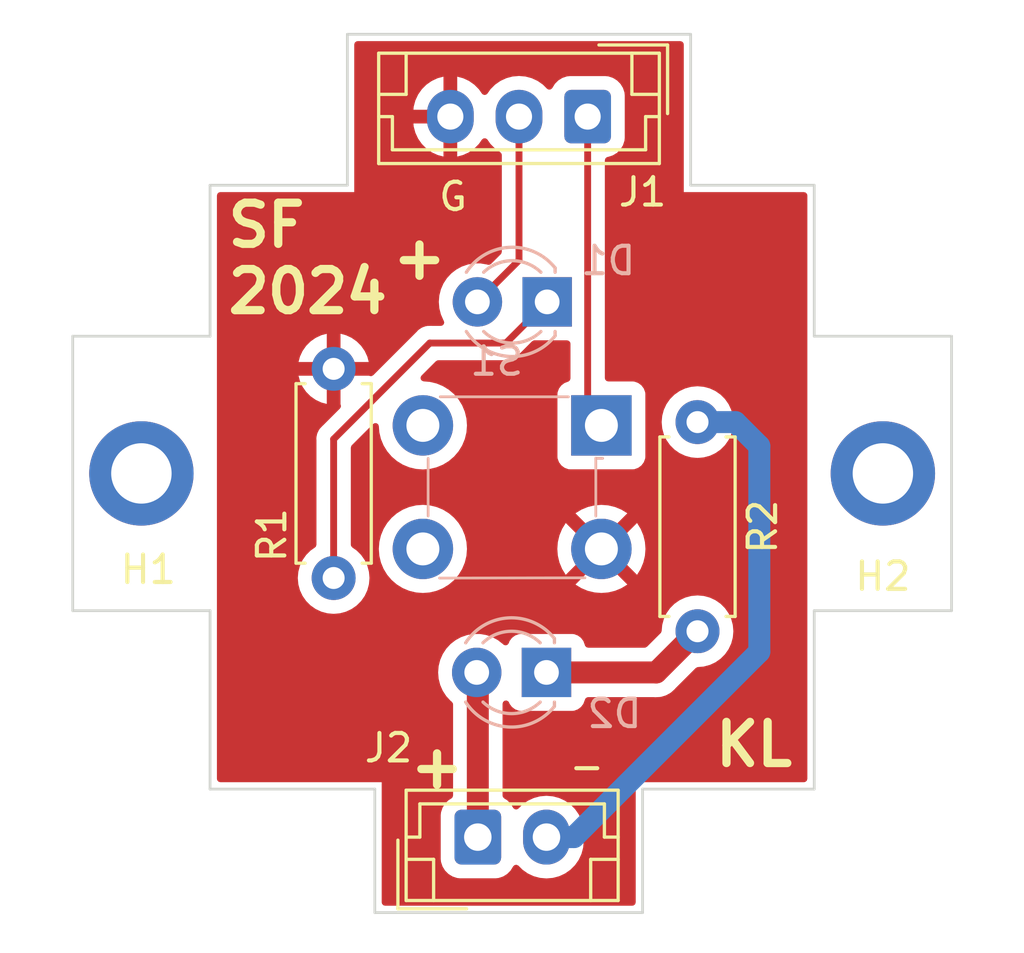
<source format=kicad_pcb>
(kicad_pcb (version 20221018) (generator pcbnew)
  (layers (0 "F.Cu" signal) (31 "B.Cu" signal) (34 "B.Paste" user) (35 "F.Paste" user) (36 "B.SilkS" user "B.Silkscreen") (37 "F.SilkS" user "F.Silkscreen") (38 "B.Mask" user) (39 "F.Mask" user) (44 "Edge.Cuts" user))
  (net 0 "")
  (net 1 "Net-(D1-K)")
  (net 2 "/LED_INPUT")
  (net 3 "Net-(D2-K)")
  (net 4 "+9V")
  (net 5 "/BTN_INPUT")
  (net 7 "GND")
  (net 9 "/LED_PCB")
  (footprint "Resistor_THT:R_Axial_DIN0207_L6.3mm_D2.5mm_P7.62mm_Horizontal" (layer "F.Cu") (at 54.5 39.81 90)
    (fp_text reference "R1" (at 1.56 -2.25 90) (layer "F.SilkS"))
    (fp_text value "R")
    (fp_line (start 0.54 -1.37) (end 7.08 -1.37) (stroke (width 0.12)) (layer "F.SilkS"))
    (fp_line (start 0.54 -1.04) (end 0.54 -1.37) (stroke (width 0.12)) (layer "F.SilkS"))
    (fp_line (start 0.54 1.04) (end 0.54 1.37) (stroke (width 0.12)) (layer "F.SilkS"))
    (fp_line (start 0.54 1.37) (end 7.08 1.37) (stroke (width 0.12)) (layer "F.SilkS"))
    (fp_line (start 7.08 -1.37) (end 7.08 -1.04) (stroke (width 0.12)) (layer "F.SilkS"))
    (fp_line (start 7.08 1.37) (end 7.08 1.04) (stroke (width 0.12)) (layer "F.SilkS"))
    (pad "1" thru_hole circle (at 0 0 90) (size 1.6 1.6) (drill 0.8) (layers "*.Cu" "*.Mask") (net 1 "Net-(D1-K)"))
    (pad "2" thru_hole oval (at 7.62 0 90) (size 1.6 1.6) (drill 0.8) (layers "*.Cu" "*.Mask") (net 7 "GND"))
  )
  (footprint "Connector_JST:JST_EH_B2B-EH-A_1x02_P2.50mm_Vertical" (layer "F.Cu") (at 59.75 49.25)
    (fp_text reference "J2" (at -3.25 -3.25) (layer "F.SilkS"))
    (fp_text value "BACKLIGHT_LED")
    (fp_line (start -2.91 0.11) (end -2.91 2.61) (stroke (width 0.12)) (layer "F.SilkS"))
    (fp_line (start -2.91 2.61) (end -0.41 2.61) (stroke (width 0.12)) (layer "F.SilkS"))
    (fp_line (start -2.61 -1.71) (end -2.61 2.31) (stroke (width 0.12)) (layer "F.SilkS"))
    (fp_line (start -2.61 0) (end -2.11 0) (stroke (width 0.12)) (layer "F.SilkS"))
    (fp_line (start -2.61 0.81) (end -1.61 0.81) (stroke (width 0.12)) (layer "F.SilkS"))
    (fp_line (start -2.61 2.31) (end 5.11 2.31) (stroke (width 0.12)) (layer "F.SilkS"))
    (fp_line (start -2.11 -1.21) (end 4.61 -1.21) (stroke (width 0.12)) (layer "F.SilkS"))
    (fp_line (start -2.11 0) (end -2.11 -1.21) (stroke (width 0.12)) (layer "F.SilkS"))
    (fp_line (start -1.61 0.81) (end -1.61 2.31) (stroke (width 0.12)) (layer "F.SilkS"))
    (fp_line (start 4.11 0.81) (end 4.11 2.31) (stroke (width 0.12)) (layer "F.SilkS"))
    (fp_line (start 4.61 -1.21) (end 4.61 0) (stroke (width 0.12)) (layer "F.SilkS"))
    (fp_line (start 4.61 0) (end 5.11 0) (stroke (width 0.12)) (layer "F.SilkS"))
    (fp_line (start 5.11 -1.71) (end -2.61 -1.71) (stroke (width 0.12)) (layer "F.SilkS"))
    (fp_line (start 5.11 0.81) (end 4.11 0.81) (stroke (width 0.12)) (layer "F.SilkS"))
    (fp_line (start 5.11 2.31) (end 5.11 -1.71) (stroke (width 0.12)) (layer "F.SilkS"))
    (pad "1" thru_hole roundrect (at 0 0) (size 1.7 2) (drill 1) (layers "*.Cu" "*.Mask") (roundrect_rratio 0.1470588235) (net 4 "+9V"))
    (pad "2" thru_hole oval (at 2.5 0) (size 1.7 2) (drill 1) (layers "*.Cu" "*.Mask") (net 9 "/LED_PCB"))
  )
  (footprint "Connector_JST:JST_EH_B3B-EH-A_1x03_P2.50mm_Vertical" (layer "F.Cu") (at 63.75 23 180)
    (fp_text reference "J1" (at -2 -2.75 180) (layer "F.SilkS"))
    (fp_text value "BTN+LED")
    (fp_line (start -2.91 0.11) (end -2.91 2.61) (stroke (width 0.12)) (layer "F.SilkS"))
    (fp_line (start -2.91 2.61) (end -0.41 2.61) (stroke (width 0.12)) (layer "F.SilkS"))
    (fp_line (start -2.61 -1.71) (end -2.61 2.31) (stroke (width 0.12)) (layer "F.SilkS"))
    (fp_line (start -2.61 0) (end -2.11 0) (stroke (width 0.12)) (layer "F.SilkS"))
    (fp_line (start -2.61 0.81) (end -1.61 0.81) (stroke (width 0.12)) (layer "F.SilkS"))
    (fp_line (start -2.61 2.31) (end 7.61 2.31) (stroke (width 0.12)) (layer "F.SilkS"))
    (fp_line (start -2.11 -1.21) (end 7.11 -1.21) (stroke (width 0.12)) (layer "F.SilkS"))
    (fp_line (start -2.11 0) (end -2.11 -1.21) (stroke (width 0.12)) (layer "F.SilkS"))
    (fp_line (start -1.61 0.81) (end -1.61 2.31) (stroke (width 0.12)) (layer "F.SilkS"))
    (fp_line (start 6.61 0.81) (end 6.61 2.31) (stroke (width 0.12)) (layer "F.SilkS"))
    (fp_line (start 7.11 -1.21) (end 7.11 0) (stroke (width 0.12)) (layer "F.SilkS"))
    (fp_line (start 7.11 0) (end 7.61 0) (stroke (width 0.12)) (layer "F.SilkS"))
    (fp_line (start 7.61 -1.71) (end -2.61 -1.71) (stroke (width 0.12)) (layer "F.SilkS"))
    (fp_line (start 7.61 0.81) (end 6.61 0.81) (stroke (width 0.12)) (layer "F.SilkS"))
    (fp_line (start 7.61 2.31) (end 7.61 -1.71) (stroke (width 0.12)) (layer "F.SilkS"))
    (pad "1" thru_hole roundrect (at 0 0 180) (size 1.7 1.95) (drill 0.95) (layers "*.Cu" "*.Mask") (roundrect_rratio 0.1470588235) (net 5 "/BTN_INPUT"))
    (pad "2" thru_hole oval (at 2.5 0 180) (size 1.7 1.95) (drill 0.95) (layers "*.Cu" "*.Mask") (net 2 "/LED_INPUT"))
    (pad "3" thru_hole oval (at 5 0 180) (size 1.7 1.95) (drill 0.95) (layers "*.Cu" "*.Mask") (net 7 "GND"))
  )
  (footprint "Resistor_THT:R_Axial_DIN0207_L6.3mm_D2.5mm_P7.62mm_Horizontal" (layer "F.Cu") (at 67.75 34.13 -90)
    (fp_text reference "R2" (at 3.81 -2.37 -90) (layer "F.SilkS"))
    (fp_text value "R")
    (fp_line (start 0.54 -1.37) (end 7.08 -1.37) (stroke (width 0.12)) (layer "F.SilkS"))
    (fp_line (start 0.54 -1.04) (end 0.54 -1.37) (stroke (width 0.12)) (layer "F.SilkS"))
    (fp_line (start 0.54 1.04) (end 0.54 1.37) (stroke (width 0.12)) (layer "F.SilkS"))
    (fp_line (start 0.54 1.37) (end 7.08 1.37) (stroke (width 0.12)) (layer "F.SilkS"))
    (fp_line (start 7.08 -1.37) (end 7.08 -1.04) (stroke (width 0.12)) (layer "F.SilkS"))
    (fp_line (start 7.08 1.37) (end 7.08 1.04) (stroke (width 0.12)) (layer "F.SilkS"))
    (pad "1" thru_hole circle (at 0 0 270) (size 1.6 1.6) (drill 0.8) (layers "*.Cu" "*.Mask") (net 9 "/LED_PCB"))
    (pad "2" thru_hole oval (at 7.62 0 270) (size 1.6 1.6) (drill 0.8) (layers "*.Cu" "*.Mask") (net 3 "Net-(D2-K)"))
  )
  (footprint "MountingHole:MountingHole_2.2mm_M2_DIN965_Pad_TopBottom" (layer "F.Cu") (at 74.5 36 180)
    (fp_text reference "H2" (at 0 -3.75) (layer "F.SilkS"))
    (fp_text value "MountingHole")
    (pad "1" thru_hole circle (at 0 0 180) (size 2.6 2.6) (drill 2.2) (layers "*.Cu" "*.Mask"))
    (pad "1" connect circle (at 0 0 180) (size 3.8 3.8) (layers "F.Cu" "F.Mask"))
    (pad "1" connect circle (at 0 0 180) (size 3.8 3.8) (layers "B.Cu" "B.Mask"))
  )
  (footprint "MountingHole:MountingHole_2.2mm_M2_DIN965_Pad_TopBottom" (layer "F.Cu") (at 47.5 36 180)
    (fp_text reference "H1" (at -0.25 -3.5) (layer "F.SilkS"))
    (fp_text value "MountingHole")
    (pad "1" thru_hole circle (at 0 0 180) (size 2.6 2.6) (drill 2.2) (layers "*.Cu" "*.Mask"))
    (pad "1" connect circle (at 0 0 180) (size 3.8 3.8) (layers "F.Cu" "F.Mask"))
    (pad "1" connect circle (at 0 0 180) (size 3.8 3.8) (layers "B.Cu" "B.Mask"))
  )
  (footprint "digikey-footprints:Switch_Tactile_THT_6x6mm" (layer "B.Cu") (at 64.25 34.25 180)
    (fp_text reference "S1" (at 3.81 2.3368) (layer "B.SilkS") (effects (justify mirror)))
    (fp_text value "1825910-6")
    (fp_line (start 0.2032 -1.2004) (end -0.0468 -1.2004) (stroke (width 0.1)) (layer "B.SilkS"))
    (fp_line (start 0.2032 -1.1938) (end 0.2032 -3.302) (stroke (width 0.1)) (layer "B.SilkS"))
    (fp_line (start 1.2 1.0414) (end 5.8674 1.0414) (stroke (width 0.1)) (layer "B.SilkS"))
    (fp_line (start 5.8928 -5.5626) (end 0.6 -5.5528) (stroke (width 0.1)) (layer "B.SilkS"))
    (fp_line (start 6.3092 -1.2048) (end 6.3092 -3.3) (stroke (width 0.1)) (layer "B.SilkS"))
    (pad "1" thru_hole rect (at 0 0 180) (size 2.2 2.2) (drill 1.2) (layers "*.Cu" "*.Mask") (net 5 "/BTN_INPUT"))
    (pad "2" thru_hole circle (at 6.5 0 180) (size 2.2 2.2) (drill 1.2) (layers "*.Cu" "*.Mask"))
    (pad "3" thru_hole circle (at 0 -4.5 180) (size 2.2 2.2) (drill 1.2) (layers "*.Cu" "*.Mask") (net 7 "GND"))
    (pad "4" thru_hole circle (at 6.5 -4.5 180) (size 2.2 2.2) (drill 1.2) (layers "*.Cu" "*.Mask"))
  )
  (footprint "LED_THT:LED_D3.0mm" (layer "B.Cu") (at 62.275 29.75 180)
    (fp_text reference "D1" (at -2.225 1.5) (layer "B.SilkS") (effects (justify mirror)))
    (fp_text value "LED")
    (fp_line (start -0.29 -1.08) (end -0.29 -1.236) (stroke (width 0.12)) (layer "B.SilkS"))
    (fp_line (start -0.29 1.236) (end -0.29 1.08) (stroke (width 0.12)) (layer "B.SilkS"))
    (fp_arc (start -0.29 -1.235516) (mid 1.366487 -1.987659) (end 2.942335 -1.078608) (stroke (width 0.12)) (layer "B.SilkS"))
    (fp_arc (start 0.229039 -1.08) (mid 1.270117 -1.5) (end 2.31113 -1.079837) (stroke (width 0.12)) (layer "B.SilkS"))
    (fp_arc (start 2.31113 1.079837) (mid 1.270117 1.5) (end 0.229039 1.08) (stroke (width 0.12)) (layer "B.SilkS"))
    (fp_arc (start 2.942335 1.078608) (mid 1.366487 1.987659) (end -0.29 1.235516) (stroke (width 0.12)) (layer "B.SilkS"))
    (pad "1" thru_hole rect (at 0 0 180) (size 1.8 1.8) (drill 0.9) (layers "*.Cu" "*.Mask") (net 1 "Net-(D1-K)"))
    (pad "2" thru_hole circle (at 2.54 0 180) (size 1.8 1.8) (drill 0.9) (layers "*.Cu" "*.Mask") (net 2 "/LED_INPUT"))
  )
  (footprint "LED_THT:LED_D3.0mm" (layer "B.Cu") (at 62.25 43.25 180)
    (fp_text reference "D2" (at -2.475 -1.5) (layer "B.SilkS") (effects (justify mirror)))
    (fp_text value "LED")
    (fp_line (start -0.29 -1.08) (end -0.29 -1.236) (stroke (width 0.12)) (layer "B.SilkS"))
    (fp_line (start -0.29 1.236) (end -0.29 1.08) (stroke (width 0.12)) (layer "B.SilkS"))
    (fp_arc (start -0.29 -1.235516) (mid 1.366487 -1.987659) (end 2.942335 -1.078608) (stroke (width 0.12)) (layer "B.SilkS"))
    (fp_arc (start 0.229039 -1.08) (mid 1.270117 -1.5) (end 2.31113 -1.079837) (stroke (width 0.12)) (layer "B.SilkS"))
    (fp_arc (start 2.31113 1.079837) (mid 1.270117 1.5) (end 0.229039 1.08) (stroke (width 0.12)) (layer "B.SilkS"))
    (fp_arc (start 2.942335 1.078608) (mid 1.366487 1.987659) (end -0.29 1.235516) (stroke (width 0.12)) (layer "B.SilkS"))
    (pad "1" thru_hole rect (at 0 0 180) (size 1.8 1.8) (drill 0.9) (layers "*.Cu" "*.Mask") (net 3 "Net-(D2-K)"))
    (pad "2" thru_hole circle (at 2.54 0 180) (size 1.8 1.8) (drill 0.9) (layers "*.Cu" "*.Mask") (net 4 "+9V"))
  )
  (gr_line (start 50 25.5) (end 55 25.5) (stroke (width 0.1)) (layer "Edge.Cuts"))
  (gr_line (start 55 20) (end 55 25.5) (stroke (width 0.1)) (layer "Edge.Cuts"))
  (gr_line (start 72 41) (end 72 47.5) (stroke (width 0.1)) (layer "Edge.Cuts"))
  (gr_line (start 45 31) (end 50 31) (stroke (width 0.1)) (layer "Edge.Cuts"))
  (gr_line (start 77 41) (end 77 31) (stroke (width 0.1)) (layer "Edge.Cuts"))
  (gr_line (start 50 47.5) (end 50 41) (stroke (width 0.1)) (layer "Edge.Cuts"))
  (gr_line (start 50 31) (end 50 25.5) (stroke (width 0.1)) (layer "Edge.Cuts"))
  (gr_line (start 72 31) (end 72 25.5) (stroke (width 0.1)) (layer "Edge.Cuts"))
  (gr_line (start 65.75 52) (end 65.75 47.5) (stroke (width 0.1)) (layer "Edge.Cuts"))
  (gr_line (start 67.5 20) (end 67.5 25.5) (stroke (width 0.1)) (layer "Edge.Cuts"))
  (gr_line (start 65.75 47.5) (end 72 47.5) (stroke (width 0.1)) (layer "Edge.Cuts"))
  (gr_line (start 50 47.5) (end 56 47.5) (stroke (width 0.1)) (layer "Edge.Cuts"))
  (gr_line (start 72 41) (end 77 41) (stroke (width 0.1)) (layer "Edge.Cuts"))
  (gr_line (start 65.75 52) (end 56 52) (stroke (width 0.1)) (layer "Edge.Cuts"))
  (gr_line (start 50 41) (end 45 41) (stroke (width 0.1)) (layer "Edge.Cuts"))
  (gr_line (start 77 31) (end 72 31) (stroke (width 0.1)) (layer "Edge.Cuts"))
  (gr_line (start 56 52) (end 56 47.5) (stroke (width 0.1)) (layer "Edge.Cuts"))
  (gr_line (start 45 41) (end 45 31) (stroke (width 0.1)) (layer "Edge.Cuts"))
  (gr_line (start 72 25.5) (end 67.5 25.5) (stroke (width 0.1)) (layer "Edge.Cuts"))
  (gr_line (start 55 20) (end 67.5 20) (stroke (width 0.1)) (layer "Edge.Cuts"))
  (gr_text "SF \n2024" (at 50.5 30.25) (layer "F.SilkS") (effects (font (size 1.5 1.5) (thickness 0.3) bold) (justify left bottom)))
  (gr_text "G" (at 58.25 26.5) (layer "F.SilkS") (effects (font (size 1 1)) (justify left bottom)))
  (gr_text "-" (at 63 47.25) (layer "F.SilkS") (effects (font (size 1 1)) (justify left bottom)))
  (gr_text "+" (at 57.14 47.54) (layer "F.SilkS") (effects (font (size 1.5 1.5) (thickness 0.3) bold) (justify left bottom)))
  (gr_text "+" (at 56.5 29) (layer "F.SilkS") (effects (font (size 1.5 1.5) (thickness 0.3) bold) (justify left bottom)))
  (gr_text "KL" (at 68.25 46.75) (layer "F.SilkS") (effects (font (size 1.5 1.5) (thickness 0.3) bold) (justify left bottom)))
  (segment (start 58 31.25) (end 54.5 34.75) (width 0.25) (layer "F.Cu") (net 1))
  (segment (start 54.5 34.75) (end 54.5 39.81) (width 0.25) (layer "F.Cu") (net 1))
  (segment (start 60.775 31.25) (end 58 31.25) (width 0.25) (layer "F.Cu") (net 1))
  (segment (start 62.275 29.75) (end 60.775 31.25) (width 0.25) (layer "F.Cu") (net 1))
  (segment (start 61.25 23) (end 61.25 28.235) (width 0.25) (layer "F.Cu") (net 2))
  (segment (start 61.25 28.235) (end 59.735 29.75) (width 0.25) (layer "F.Cu") (net 2))
  (segment (start 62.25 43.25) (end 66.25 43.25) (width 0.8) (layer "F.Cu") (net 3))
  (segment (start 66.25 43.25) (end 67.75 41.75) (width 0.8) (layer "F.Cu") (net 3))
  (segment (start 59.75 49.25) (end 59.75 43.29) (width 0.8) (layer "F.Cu") (net 4))
  (segment (start 59.75 43.29) (end 59.71 43.25) (width 0.25) (layer "F.Cu") (net 4))
  (segment (start 63.75 23) (end 63.75 33.75) (width 0.25) (layer "F.Cu") (net 5))
  (segment (start 63.75 33.75) (end 64.25 34.25) (width 0.25) (layer "F.Cu") (net 5))
  (segment (start 63.25 49.25) (end 70.000002 42.499998) (width 0.8) (layer "B.Cu") (net 9))
  (segment (start 69.13 34.13) (end 70 35) (width 0.8) (layer "B.Cu") (net 9))
  (segment (start 67.75 34.13) (end 69.13 34.13) (width 0.8) (layer "B.Cu") (net 9))
  (segment (start 70.000002 42.499998) (end 70.000002 35) (width 0.8) (layer "B.Cu") (net 9))
  (segment (start 62.25 49.25) (end 63.25 49.25) (width 0.8) (layer "B.Cu") (net 9))
  (zone (net 7) (net_name "GND") (layer "F.Cu") (connect_pads (clearance 0.5)) (min_thickness 0.25) (fill yes (thermal_gap 0.5) (thermal_bridge_width 0.5))
    (polygon (pts (xy 55.25 20.25) (xy 67.25 20.25) (xy 67.25 25.75) (xy 71.75 25.75) (xy 71.75 47.25) (xy 65.5 47.25) (xy 65.5 51.75) (xy 56.25 51.75) (xy 56.25 47.25) (xy 50.25 47.25) (xy 50.25 25.75) (xy 55.25 25.75)))
  )
)
</source>
